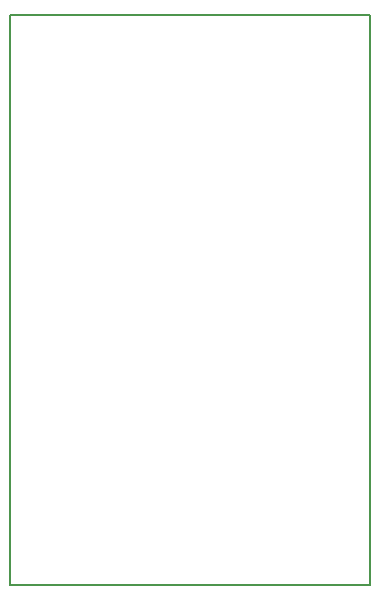
<source format=gbr>
G04 #@! TF.GenerationSoftware,KiCad,Pcbnew,(5.0.2)-1*
G04 #@! TF.CreationDate,2019-04-03T21:48:48+02:00*
G04 #@! TF.ProjectId,ESP12,45535031-322e-46b6-9963-61645f706362,rev?*
G04 #@! TF.SameCoordinates,Original*
G04 #@! TF.FileFunction,Profile,NP*
%FSLAX46Y46*%
G04 Gerber Fmt 4.6, Leading zero omitted, Abs format (unit mm)*
G04 Created by KiCad (PCBNEW (5.0.2)-1) date 3. 4. 2019 21:48:48*
%MOMM*%
%LPD*%
G01*
G04 APERTURE LIST*
%ADD10C,0.150000*%
G04 APERTURE END LIST*
D10*
X85725000Y-113030000D02*
X85725000Y-64770000D01*
X116205000Y-113030000D02*
X85725000Y-113030000D01*
X116205000Y-64770000D02*
X116205000Y-113030000D01*
X85725000Y-64770000D02*
X116205000Y-64770000D01*
M02*

</source>
